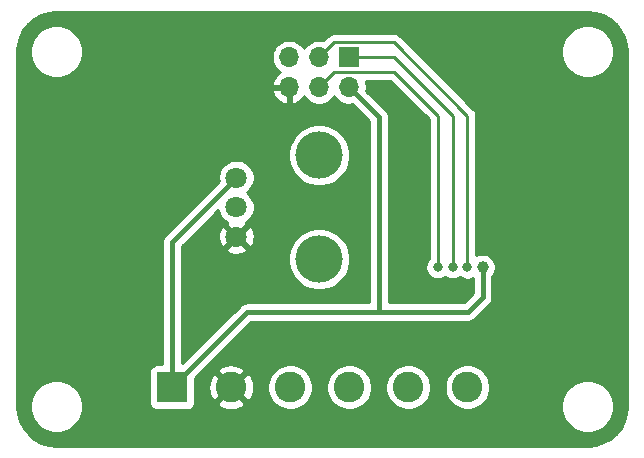
<source format=gbr>
%TF.GenerationSoftware,KiCad,Pcbnew,5.1.9-73d0e3b20d~88~ubuntu20.04.1*%
%TF.CreationDate,2021-04-20T00:17:22+02:00*%
%TF.ProjectId,hardware,68617264-7761-4726-952e-6b696361645f,rev?*%
%TF.SameCoordinates,Original*%
%TF.FileFunction,Copper,L2,Bot*%
%TF.FilePolarity,Positive*%
%FSLAX46Y46*%
G04 Gerber Fmt 4.6, Leading zero omitted, Abs format (unit mm)*
G04 Created by KiCad (PCBNEW 5.1.9-73d0e3b20d~88~ubuntu20.04.1) date 2021-04-20 00:17:22*
%MOMM*%
%LPD*%
G01*
G04 APERTURE LIST*
%TA.AperFunction,ComponentPad*%
%ADD10R,2.600000X2.600000*%
%TD*%
%TA.AperFunction,ComponentPad*%
%ADD11C,2.600000*%
%TD*%
%TA.AperFunction,ComponentPad*%
%ADD12R,1.700000X1.700000*%
%TD*%
%TA.AperFunction,ComponentPad*%
%ADD13O,1.700000X1.700000*%
%TD*%
%TA.AperFunction,WasherPad*%
%ADD14C,4.000000*%
%TD*%
%TA.AperFunction,ComponentPad*%
%ADD15C,1.800000*%
%TD*%
%TA.AperFunction,ViaPad*%
%ADD16C,0.800000*%
%TD*%
%TA.AperFunction,ViaPad*%
%ADD17C,1.000000*%
%TD*%
%TA.AperFunction,Conductor*%
%ADD18C,0.400000*%
%TD*%
%TA.AperFunction,Conductor*%
%ADD19C,0.250000*%
%TD*%
%TA.AperFunction,Conductor*%
%ADD20C,0.254000*%
%TD*%
%TA.AperFunction,Conductor*%
%ADD21C,0.100000*%
%TD*%
G04 APERTURE END LIST*
D10*
%TO.P,J1,1*%
%TO.N,+5V*%
X82804000Y-152400000D03*
D11*
%TO.P,J1,2*%
%TO.N,GND*%
X87804000Y-152400000D03*
%TO.P,J1,3*%
%TO.N,PWM*%
X92804000Y-152400000D03*
%TO.P,J1,4*%
%TO.N,PB0*%
X97804000Y-152400000D03*
%TO.P,J1,5*%
%TO.N,PB1*%
X102804000Y-152400000D03*
%TO.P,J1,6*%
%TO.N,PB2*%
X107804000Y-152400000D03*
%TD*%
D12*
%TO.P,J2,1*%
%TO.N,PB1*%
X97790000Y-124460000D03*
D13*
%TO.P,J2,2*%
%TO.N,+5V*%
X97790000Y-127000000D03*
%TO.P,J2,3*%
%TO.N,PB2*%
X95250000Y-124460000D03*
%TO.P,J2,4*%
%TO.N,PB0*%
X95250000Y-127000000D03*
%TO.P,J2,5*%
%TO.N,nRST*%
X92710000Y-124460000D03*
%TO.P,J2,6*%
%TO.N,GND*%
X92710000Y-127000000D03*
%TD*%
D14*
%TO.P,RV1,*%
%TO.N,*%
X95250000Y-141560000D03*
X95250000Y-132760000D03*
D15*
%TO.P,RV1,1*%
%TO.N,GND*%
X88250000Y-139660000D03*
%TO.P,RV1,2*%
%TO.N,POT*%
X88250000Y-137160000D03*
%TO.P,RV1,3*%
%TO.N,+5V*%
X88250000Y-134660000D03*
%TD*%
D16*
%TO.N,GND*%
X111760000Y-130810000D03*
X111887000Y-146050000D03*
X101500000Y-128500000D03*
X103000000Y-134500000D03*
X89500000Y-129500000D03*
X107000000Y-125500000D03*
X84000000Y-129500000D03*
D17*
%TO.N,+5V*%
X109093000Y-142240000D03*
D16*
%TO.N,PB2*%
X107804000Y-142259000D03*
%TO.N,PB1*%
X106553000Y-142240000D03*
%TO.N,PB0*%
X105283000Y-142240000D03*
%TD*%
D18*
%TO.N,+5V*%
X109093000Y-142240000D02*
X109093000Y-144780000D01*
X109093000Y-144780000D02*
X107823000Y-146050000D01*
X89154000Y-146050000D02*
X82804000Y-152400000D01*
X97790000Y-127000000D02*
X100330000Y-129540000D01*
X100330000Y-129540000D02*
X100330000Y-146050000D01*
X100330000Y-146050000D02*
X89154000Y-146050000D01*
X107823000Y-146050000D02*
X100330000Y-146050000D01*
X82804000Y-140106000D02*
X88250000Y-134660000D01*
X82804000Y-152400000D02*
X82804000Y-140106000D01*
D19*
%TO.N,PB2*%
X107804000Y-142259000D02*
X107804000Y-129394000D01*
X107804000Y-129394000D02*
X101600000Y-123190000D01*
X96520000Y-123190000D02*
X95250000Y-124460000D01*
X101600000Y-123190000D02*
X96520000Y-123190000D01*
%TO.N,PB1*%
X106553000Y-142240000D02*
X106553000Y-129413000D01*
X101600000Y-124460000D02*
X97790000Y-124460000D01*
X106553000Y-129413000D02*
X101600000Y-124460000D01*
%TO.N,PB0*%
X96520000Y-125730000D02*
X95250000Y-127000000D01*
X101600000Y-125730000D02*
X96520000Y-125730000D01*
X105283000Y-129413000D02*
X101600000Y-125730000D01*
X105283000Y-142240000D02*
X105283000Y-129413000D01*
%TD*%
D20*
%TO.N,GND*%
X118648126Y-120726714D02*
X119271572Y-120914943D01*
X119846579Y-121220681D01*
X120351247Y-121632279D01*
X120766362Y-122134067D01*
X121076105Y-122706924D01*
X121268682Y-123329039D01*
X121340001Y-124007594D01*
X121340000Y-153967721D01*
X121273286Y-154648126D01*
X121085057Y-155271570D01*
X120779323Y-155846573D01*
X120367721Y-156351248D01*
X119865933Y-156766362D01*
X119293077Y-157076104D01*
X118670961Y-157268682D01*
X117992417Y-157340000D01*
X73032279Y-157340000D01*
X72351874Y-157273286D01*
X71728430Y-157085057D01*
X71153427Y-156779323D01*
X70648752Y-156367721D01*
X70233638Y-155865933D01*
X69923896Y-155293077D01*
X69731318Y-154670961D01*
X69660000Y-153992417D01*
X69660000Y-153779872D01*
X70765000Y-153779872D01*
X70765000Y-154220128D01*
X70850890Y-154651925D01*
X71019369Y-155058669D01*
X71263962Y-155424729D01*
X71575271Y-155736038D01*
X71941331Y-155980631D01*
X72348075Y-156149110D01*
X72779872Y-156235000D01*
X73220128Y-156235000D01*
X73651925Y-156149110D01*
X74058669Y-155980631D01*
X74424729Y-155736038D01*
X74736038Y-155424729D01*
X74980631Y-155058669D01*
X75149110Y-154651925D01*
X75235000Y-154220128D01*
X75235000Y-153779872D01*
X75149110Y-153348075D01*
X74980631Y-152941331D01*
X74736038Y-152575271D01*
X74424729Y-152263962D01*
X74058669Y-152019369D01*
X73651925Y-151850890D01*
X73220128Y-151765000D01*
X72779872Y-151765000D01*
X72348075Y-151850890D01*
X71941331Y-152019369D01*
X71575271Y-152263962D01*
X71263962Y-152575271D01*
X71019369Y-152941331D01*
X70850890Y-153348075D01*
X70765000Y-153779872D01*
X69660000Y-153779872D01*
X69660000Y-151100000D01*
X80865928Y-151100000D01*
X80865928Y-153700000D01*
X80878188Y-153824482D01*
X80914498Y-153944180D01*
X80973463Y-154054494D01*
X81052815Y-154151185D01*
X81149506Y-154230537D01*
X81259820Y-154289502D01*
X81379518Y-154325812D01*
X81504000Y-154338072D01*
X84104000Y-154338072D01*
X84228482Y-154325812D01*
X84348180Y-154289502D01*
X84458494Y-154230537D01*
X84555185Y-154151185D01*
X84634537Y-154054494D01*
X84693502Y-153944180D01*
X84729812Y-153824482D01*
X84737224Y-153749224D01*
X86634381Y-153749224D01*
X86766317Y-154044312D01*
X87107045Y-154215159D01*
X87474557Y-154316250D01*
X87854729Y-154343701D01*
X88232951Y-154296457D01*
X88594690Y-154176333D01*
X88841683Y-154044312D01*
X88973619Y-153749224D01*
X87804000Y-152579605D01*
X86634381Y-153749224D01*
X84737224Y-153749224D01*
X84742072Y-153700000D01*
X84742072Y-152450729D01*
X85860299Y-152450729D01*
X85907543Y-152828951D01*
X86027667Y-153190690D01*
X86159688Y-153437683D01*
X86454776Y-153569619D01*
X87624395Y-152400000D01*
X87983605Y-152400000D01*
X89153224Y-153569619D01*
X89448312Y-153437683D01*
X89619159Y-153096955D01*
X89720250Y-152729443D01*
X89747701Y-152349271D01*
X89730232Y-152209419D01*
X90869000Y-152209419D01*
X90869000Y-152590581D01*
X90943361Y-152964419D01*
X91089225Y-153316566D01*
X91300987Y-153633491D01*
X91570509Y-153903013D01*
X91887434Y-154114775D01*
X92239581Y-154260639D01*
X92613419Y-154335000D01*
X92994581Y-154335000D01*
X93368419Y-154260639D01*
X93720566Y-154114775D01*
X94037491Y-153903013D01*
X94307013Y-153633491D01*
X94518775Y-153316566D01*
X94664639Y-152964419D01*
X94739000Y-152590581D01*
X94739000Y-152209419D01*
X95869000Y-152209419D01*
X95869000Y-152590581D01*
X95943361Y-152964419D01*
X96089225Y-153316566D01*
X96300987Y-153633491D01*
X96570509Y-153903013D01*
X96887434Y-154114775D01*
X97239581Y-154260639D01*
X97613419Y-154335000D01*
X97994581Y-154335000D01*
X98368419Y-154260639D01*
X98720566Y-154114775D01*
X99037491Y-153903013D01*
X99307013Y-153633491D01*
X99518775Y-153316566D01*
X99664639Y-152964419D01*
X99739000Y-152590581D01*
X99739000Y-152209419D01*
X100869000Y-152209419D01*
X100869000Y-152590581D01*
X100943361Y-152964419D01*
X101089225Y-153316566D01*
X101300987Y-153633491D01*
X101570509Y-153903013D01*
X101887434Y-154114775D01*
X102239581Y-154260639D01*
X102613419Y-154335000D01*
X102994581Y-154335000D01*
X103368419Y-154260639D01*
X103720566Y-154114775D01*
X104037491Y-153903013D01*
X104307013Y-153633491D01*
X104518775Y-153316566D01*
X104664639Y-152964419D01*
X104739000Y-152590581D01*
X104739000Y-152209419D01*
X105869000Y-152209419D01*
X105869000Y-152590581D01*
X105943361Y-152964419D01*
X106089225Y-153316566D01*
X106300987Y-153633491D01*
X106570509Y-153903013D01*
X106887434Y-154114775D01*
X107239581Y-154260639D01*
X107613419Y-154335000D01*
X107994581Y-154335000D01*
X108368419Y-154260639D01*
X108720566Y-154114775D01*
X109037491Y-153903013D01*
X109160632Y-153779872D01*
X115765000Y-153779872D01*
X115765000Y-154220128D01*
X115850890Y-154651925D01*
X116019369Y-155058669D01*
X116263962Y-155424729D01*
X116575271Y-155736038D01*
X116941331Y-155980631D01*
X117348075Y-156149110D01*
X117779872Y-156235000D01*
X118220128Y-156235000D01*
X118651925Y-156149110D01*
X119058669Y-155980631D01*
X119424729Y-155736038D01*
X119736038Y-155424729D01*
X119980631Y-155058669D01*
X120149110Y-154651925D01*
X120235000Y-154220128D01*
X120235000Y-153779872D01*
X120149110Y-153348075D01*
X119980631Y-152941331D01*
X119736038Y-152575271D01*
X119424729Y-152263962D01*
X119058669Y-152019369D01*
X118651925Y-151850890D01*
X118220128Y-151765000D01*
X117779872Y-151765000D01*
X117348075Y-151850890D01*
X116941331Y-152019369D01*
X116575271Y-152263962D01*
X116263962Y-152575271D01*
X116019369Y-152941331D01*
X115850890Y-153348075D01*
X115765000Y-153779872D01*
X109160632Y-153779872D01*
X109307013Y-153633491D01*
X109518775Y-153316566D01*
X109664639Y-152964419D01*
X109739000Y-152590581D01*
X109739000Y-152209419D01*
X109664639Y-151835581D01*
X109518775Y-151483434D01*
X109307013Y-151166509D01*
X109037491Y-150896987D01*
X108720566Y-150685225D01*
X108368419Y-150539361D01*
X107994581Y-150465000D01*
X107613419Y-150465000D01*
X107239581Y-150539361D01*
X106887434Y-150685225D01*
X106570509Y-150896987D01*
X106300987Y-151166509D01*
X106089225Y-151483434D01*
X105943361Y-151835581D01*
X105869000Y-152209419D01*
X104739000Y-152209419D01*
X104664639Y-151835581D01*
X104518775Y-151483434D01*
X104307013Y-151166509D01*
X104037491Y-150896987D01*
X103720566Y-150685225D01*
X103368419Y-150539361D01*
X102994581Y-150465000D01*
X102613419Y-150465000D01*
X102239581Y-150539361D01*
X101887434Y-150685225D01*
X101570509Y-150896987D01*
X101300987Y-151166509D01*
X101089225Y-151483434D01*
X100943361Y-151835581D01*
X100869000Y-152209419D01*
X99739000Y-152209419D01*
X99664639Y-151835581D01*
X99518775Y-151483434D01*
X99307013Y-151166509D01*
X99037491Y-150896987D01*
X98720566Y-150685225D01*
X98368419Y-150539361D01*
X97994581Y-150465000D01*
X97613419Y-150465000D01*
X97239581Y-150539361D01*
X96887434Y-150685225D01*
X96570509Y-150896987D01*
X96300987Y-151166509D01*
X96089225Y-151483434D01*
X95943361Y-151835581D01*
X95869000Y-152209419D01*
X94739000Y-152209419D01*
X94664639Y-151835581D01*
X94518775Y-151483434D01*
X94307013Y-151166509D01*
X94037491Y-150896987D01*
X93720566Y-150685225D01*
X93368419Y-150539361D01*
X92994581Y-150465000D01*
X92613419Y-150465000D01*
X92239581Y-150539361D01*
X91887434Y-150685225D01*
X91570509Y-150896987D01*
X91300987Y-151166509D01*
X91089225Y-151483434D01*
X90943361Y-151835581D01*
X90869000Y-152209419D01*
X89730232Y-152209419D01*
X89700457Y-151971049D01*
X89580333Y-151609310D01*
X89448312Y-151362317D01*
X89153224Y-151230381D01*
X87983605Y-152400000D01*
X87624395Y-152400000D01*
X86454776Y-151230381D01*
X86159688Y-151362317D01*
X85988841Y-151703045D01*
X85887750Y-152070557D01*
X85860299Y-152450729D01*
X84742072Y-152450729D01*
X84742072Y-151642795D01*
X85334091Y-151050776D01*
X86634381Y-151050776D01*
X87804000Y-152220395D01*
X88973619Y-151050776D01*
X88841683Y-150755688D01*
X88500955Y-150584841D01*
X88133443Y-150483750D01*
X87753271Y-150456299D01*
X87375049Y-150503543D01*
X87013310Y-150623667D01*
X86766317Y-150755688D01*
X86634381Y-151050776D01*
X85334091Y-151050776D01*
X89499868Y-146885000D01*
X100288982Y-146885000D01*
X100330000Y-146889040D01*
X100371019Y-146885000D01*
X107781982Y-146885000D01*
X107823000Y-146889040D01*
X107864018Y-146885000D01*
X107864019Y-146885000D01*
X107986689Y-146872918D01*
X108144087Y-146825172D01*
X108289146Y-146747636D01*
X108416291Y-146643291D01*
X108442446Y-146611421D01*
X109654426Y-145399442D01*
X109686291Y-145373291D01*
X109790636Y-145246146D01*
X109868172Y-145101087D01*
X109915918Y-144943689D01*
X109928000Y-144821019D01*
X109928000Y-144821017D01*
X109932040Y-144780001D01*
X109928000Y-144738985D01*
X109928000Y-143010132D01*
X109974612Y-142963520D01*
X110098824Y-142777624D01*
X110184383Y-142571067D01*
X110228000Y-142351788D01*
X110228000Y-142128212D01*
X110184383Y-141908933D01*
X110098824Y-141702376D01*
X109974612Y-141516480D01*
X109816520Y-141358388D01*
X109630624Y-141234176D01*
X109424067Y-141148617D01*
X109204788Y-141105000D01*
X108981212Y-141105000D01*
X108761933Y-141148617D01*
X108564000Y-141230604D01*
X108564000Y-129431323D01*
X108567676Y-129394000D01*
X108564000Y-129356677D01*
X108564000Y-129356667D01*
X108553003Y-129245014D01*
X108509546Y-129101753D01*
X108494634Y-129073855D01*
X108438974Y-128969723D01*
X108367799Y-128882997D01*
X108344001Y-128853999D01*
X108315003Y-128830201D01*
X103264674Y-123779872D01*
X115765000Y-123779872D01*
X115765000Y-124220128D01*
X115850890Y-124651925D01*
X116019369Y-125058669D01*
X116263962Y-125424729D01*
X116575271Y-125736038D01*
X116941331Y-125980631D01*
X117348075Y-126149110D01*
X117779872Y-126235000D01*
X118220128Y-126235000D01*
X118651925Y-126149110D01*
X119058669Y-125980631D01*
X119424729Y-125736038D01*
X119736038Y-125424729D01*
X119980631Y-125058669D01*
X120149110Y-124651925D01*
X120235000Y-124220128D01*
X120235000Y-123779872D01*
X120149110Y-123348075D01*
X119980631Y-122941331D01*
X119736038Y-122575271D01*
X119424729Y-122263962D01*
X119058669Y-122019369D01*
X118651925Y-121850890D01*
X118220128Y-121765000D01*
X117779872Y-121765000D01*
X117348075Y-121850890D01*
X116941331Y-122019369D01*
X116575271Y-122263962D01*
X116263962Y-122575271D01*
X116019369Y-122941331D01*
X115850890Y-123348075D01*
X115765000Y-123779872D01*
X103264674Y-123779872D01*
X102163804Y-122679003D01*
X102140001Y-122649999D01*
X102024276Y-122555026D01*
X101892247Y-122484454D01*
X101748986Y-122440997D01*
X101637333Y-122430000D01*
X101637322Y-122430000D01*
X101600000Y-122426324D01*
X101562678Y-122430000D01*
X96557322Y-122430000D01*
X96519999Y-122426324D01*
X96482676Y-122430000D01*
X96482667Y-122430000D01*
X96371014Y-122440997D01*
X96227753Y-122484454D01*
X96095724Y-122555026D01*
X95979999Y-122649999D01*
X95956201Y-122678997D01*
X95616408Y-123018790D01*
X95396260Y-122975000D01*
X95103740Y-122975000D01*
X94816842Y-123032068D01*
X94546589Y-123144010D01*
X94303368Y-123306525D01*
X94096525Y-123513368D01*
X93980000Y-123687760D01*
X93863475Y-123513368D01*
X93656632Y-123306525D01*
X93413411Y-123144010D01*
X93143158Y-123032068D01*
X92856260Y-122975000D01*
X92563740Y-122975000D01*
X92276842Y-123032068D01*
X92006589Y-123144010D01*
X91763368Y-123306525D01*
X91556525Y-123513368D01*
X91394010Y-123756589D01*
X91282068Y-124026842D01*
X91225000Y-124313740D01*
X91225000Y-124606260D01*
X91282068Y-124893158D01*
X91394010Y-125163411D01*
X91556525Y-125406632D01*
X91763368Y-125613475D01*
X91939406Y-125731100D01*
X91709731Y-125902412D01*
X91514822Y-126118645D01*
X91365843Y-126368748D01*
X91268519Y-126643109D01*
X91389186Y-126873000D01*
X92583000Y-126873000D01*
X92583000Y-126853000D01*
X92837000Y-126853000D01*
X92837000Y-126873000D01*
X92857000Y-126873000D01*
X92857000Y-127127000D01*
X92837000Y-127127000D01*
X92837000Y-128320155D01*
X93066890Y-128441476D01*
X93214099Y-128396825D01*
X93476920Y-128271641D01*
X93710269Y-128097588D01*
X93905178Y-127881355D01*
X93974805Y-127764466D01*
X94096525Y-127946632D01*
X94303368Y-128153475D01*
X94546589Y-128315990D01*
X94816842Y-128427932D01*
X95103740Y-128485000D01*
X95396260Y-128485000D01*
X95683158Y-128427932D01*
X95953411Y-128315990D01*
X96196632Y-128153475D01*
X96403475Y-127946632D01*
X96520000Y-127772240D01*
X96636525Y-127946632D01*
X96843368Y-128153475D01*
X97086589Y-128315990D01*
X97356842Y-128427932D01*
X97643740Y-128485000D01*
X97936260Y-128485000D01*
X98067940Y-128458807D01*
X99495000Y-129885868D01*
X99495001Y-145215000D01*
X89195018Y-145215000D01*
X89153999Y-145210960D01*
X89112981Y-145215000D01*
X88990311Y-145227082D01*
X88832913Y-145274828D01*
X88687854Y-145352364D01*
X88560709Y-145456709D01*
X88534561Y-145488571D01*
X83639000Y-150384133D01*
X83639000Y-141300475D01*
X92615000Y-141300475D01*
X92615000Y-141819525D01*
X92716261Y-142328601D01*
X92914893Y-142808141D01*
X93203262Y-143239715D01*
X93570285Y-143606738D01*
X94001859Y-143895107D01*
X94481399Y-144093739D01*
X94990475Y-144195000D01*
X95509525Y-144195000D01*
X96018601Y-144093739D01*
X96498141Y-143895107D01*
X96929715Y-143606738D01*
X97296738Y-143239715D01*
X97585107Y-142808141D01*
X97783739Y-142328601D01*
X97885000Y-141819525D01*
X97885000Y-141300475D01*
X97783739Y-140791399D01*
X97585107Y-140311859D01*
X97296738Y-139880285D01*
X96929715Y-139513262D01*
X96498141Y-139224893D01*
X96018601Y-139026261D01*
X95509525Y-138925000D01*
X94990475Y-138925000D01*
X94481399Y-139026261D01*
X94001859Y-139224893D01*
X93570285Y-139513262D01*
X93203262Y-139880285D01*
X92914893Y-140311859D01*
X92716261Y-140791399D01*
X92615000Y-141300475D01*
X83639000Y-141300475D01*
X83639000Y-140724080D01*
X87365525Y-140724080D01*
X87449208Y-140978261D01*
X87721775Y-141109158D01*
X88014642Y-141184365D01*
X88316553Y-141200991D01*
X88615907Y-141158397D01*
X88901199Y-141058222D01*
X89050792Y-140978261D01*
X89134475Y-140724080D01*
X88250000Y-139839605D01*
X87365525Y-140724080D01*
X83639000Y-140724080D01*
X83639000Y-140451867D01*
X84364314Y-139726553D01*
X86709009Y-139726553D01*
X86751603Y-140025907D01*
X86851778Y-140311199D01*
X86931739Y-140460792D01*
X87185920Y-140544475D01*
X88070395Y-139660000D01*
X88429605Y-139660000D01*
X89314080Y-140544475D01*
X89568261Y-140460792D01*
X89699158Y-140188225D01*
X89774365Y-139895358D01*
X89790991Y-139593447D01*
X89748397Y-139294093D01*
X89648222Y-139008801D01*
X89568261Y-138859208D01*
X89314080Y-138775525D01*
X88429605Y-139660000D01*
X88070395Y-139660000D01*
X87185920Y-138775525D01*
X86931739Y-138859208D01*
X86800842Y-139131775D01*
X86725635Y-139424642D01*
X86709009Y-139726553D01*
X84364314Y-139726553D01*
X86725732Y-137365136D01*
X86773989Y-137607743D01*
X86889701Y-137887095D01*
X87057688Y-138138505D01*
X87271495Y-138352312D01*
X87414310Y-138447738D01*
X87365525Y-138595920D01*
X88250000Y-139480395D01*
X89134475Y-138595920D01*
X89085690Y-138447738D01*
X89228505Y-138352312D01*
X89442312Y-138138505D01*
X89610299Y-137887095D01*
X89726011Y-137607743D01*
X89785000Y-137311184D01*
X89785000Y-137008816D01*
X89726011Y-136712257D01*
X89610299Y-136432905D01*
X89442312Y-136181495D01*
X89228505Y-135967688D01*
X89142169Y-135910000D01*
X89228505Y-135852312D01*
X89442312Y-135638505D01*
X89610299Y-135387095D01*
X89726011Y-135107743D01*
X89785000Y-134811184D01*
X89785000Y-134508816D01*
X89726011Y-134212257D01*
X89610299Y-133932905D01*
X89442312Y-133681495D01*
X89228505Y-133467688D01*
X88977095Y-133299701D01*
X88697743Y-133183989D01*
X88401184Y-133125000D01*
X88098816Y-133125000D01*
X87802257Y-133183989D01*
X87522905Y-133299701D01*
X87271495Y-133467688D01*
X87057688Y-133681495D01*
X86889701Y-133932905D01*
X86773989Y-134212257D01*
X86715000Y-134508816D01*
X86715000Y-134811184D01*
X86748671Y-134980461D01*
X82242574Y-139486559D01*
X82210710Y-139512709D01*
X82184562Y-139544571D01*
X82106364Y-139639855D01*
X82028828Y-139784914D01*
X81981082Y-139942312D01*
X81964960Y-140106000D01*
X81969001Y-140147029D01*
X81969000Y-150461928D01*
X81504000Y-150461928D01*
X81379518Y-150474188D01*
X81259820Y-150510498D01*
X81149506Y-150569463D01*
X81052815Y-150648815D01*
X80973463Y-150745506D01*
X80914498Y-150855820D01*
X80878188Y-150975518D01*
X80865928Y-151100000D01*
X69660000Y-151100000D01*
X69660000Y-132500475D01*
X92615000Y-132500475D01*
X92615000Y-133019525D01*
X92716261Y-133528601D01*
X92914893Y-134008141D01*
X93203262Y-134439715D01*
X93570285Y-134806738D01*
X94001859Y-135095107D01*
X94481399Y-135293739D01*
X94990475Y-135395000D01*
X95509525Y-135395000D01*
X96018601Y-135293739D01*
X96498141Y-135095107D01*
X96929715Y-134806738D01*
X97296738Y-134439715D01*
X97585107Y-134008141D01*
X97783739Y-133528601D01*
X97885000Y-133019525D01*
X97885000Y-132500475D01*
X97783739Y-131991399D01*
X97585107Y-131511859D01*
X97296738Y-131080285D01*
X96929715Y-130713262D01*
X96498141Y-130424893D01*
X96018601Y-130226261D01*
X95509525Y-130125000D01*
X94990475Y-130125000D01*
X94481399Y-130226261D01*
X94001859Y-130424893D01*
X93570285Y-130713262D01*
X93203262Y-131080285D01*
X92914893Y-131511859D01*
X92716261Y-131991399D01*
X92615000Y-132500475D01*
X69660000Y-132500475D01*
X69660000Y-127356891D01*
X91268519Y-127356891D01*
X91365843Y-127631252D01*
X91514822Y-127881355D01*
X91709731Y-128097588D01*
X91943080Y-128271641D01*
X92205901Y-128396825D01*
X92353110Y-128441476D01*
X92583000Y-128320155D01*
X92583000Y-127127000D01*
X91389186Y-127127000D01*
X91268519Y-127356891D01*
X69660000Y-127356891D01*
X69660000Y-124032278D01*
X69684748Y-123779872D01*
X70765000Y-123779872D01*
X70765000Y-124220128D01*
X70850890Y-124651925D01*
X71019369Y-125058669D01*
X71263962Y-125424729D01*
X71575271Y-125736038D01*
X71941331Y-125980631D01*
X72348075Y-126149110D01*
X72779872Y-126235000D01*
X73220128Y-126235000D01*
X73651925Y-126149110D01*
X74058669Y-125980631D01*
X74424729Y-125736038D01*
X74736038Y-125424729D01*
X74980631Y-125058669D01*
X75149110Y-124651925D01*
X75235000Y-124220128D01*
X75235000Y-123779872D01*
X75149110Y-123348075D01*
X74980631Y-122941331D01*
X74736038Y-122575271D01*
X74424729Y-122263962D01*
X74058669Y-122019369D01*
X73651925Y-121850890D01*
X73220128Y-121765000D01*
X72779872Y-121765000D01*
X72348075Y-121850890D01*
X71941331Y-122019369D01*
X71575271Y-122263962D01*
X71263962Y-122575271D01*
X71019369Y-122941331D01*
X70850890Y-123348075D01*
X70765000Y-123779872D01*
X69684748Y-123779872D01*
X69726714Y-123351874D01*
X69914943Y-122728428D01*
X70220681Y-122153421D01*
X70632279Y-121648753D01*
X71134067Y-121233638D01*
X71706924Y-120923895D01*
X72329039Y-120731318D01*
X73007584Y-120660000D01*
X117967722Y-120660000D01*
X118648126Y-120726714D01*
%TA.AperFunction,Conductor*%
D21*
G36*
X118648126Y-120726714D02*
G01*
X119271572Y-120914943D01*
X119846579Y-121220681D01*
X120351247Y-121632279D01*
X120766362Y-122134067D01*
X121076105Y-122706924D01*
X121268682Y-123329039D01*
X121340001Y-124007594D01*
X121340000Y-153967721D01*
X121273286Y-154648126D01*
X121085057Y-155271570D01*
X120779323Y-155846573D01*
X120367721Y-156351248D01*
X119865933Y-156766362D01*
X119293077Y-157076104D01*
X118670961Y-157268682D01*
X117992417Y-157340000D01*
X73032279Y-157340000D01*
X72351874Y-157273286D01*
X71728430Y-157085057D01*
X71153427Y-156779323D01*
X70648752Y-156367721D01*
X70233638Y-155865933D01*
X69923896Y-155293077D01*
X69731318Y-154670961D01*
X69660000Y-153992417D01*
X69660000Y-153779872D01*
X70765000Y-153779872D01*
X70765000Y-154220128D01*
X70850890Y-154651925D01*
X71019369Y-155058669D01*
X71263962Y-155424729D01*
X71575271Y-155736038D01*
X71941331Y-155980631D01*
X72348075Y-156149110D01*
X72779872Y-156235000D01*
X73220128Y-156235000D01*
X73651925Y-156149110D01*
X74058669Y-155980631D01*
X74424729Y-155736038D01*
X74736038Y-155424729D01*
X74980631Y-155058669D01*
X75149110Y-154651925D01*
X75235000Y-154220128D01*
X75235000Y-153779872D01*
X75149110Y-153348075D01*
X74980631Y-152941331D01*
X74736038Y-152575271D01*
X74424729Y-152263962D01*
X74058669Y-152019369D01*
X73651925Y-151850890D01*
X73220128Y-151765000D01*
X72779872Y-151765000D01*
X72348075Y-151850890D01*
X71941331Y-152019369D01*
X71575271Y-152263962D01*
X71263962Y-152575271D01*
X71019369Y-152941331D01*
X70850890Y-153348075D01*
X70765000Y-153779872D01*
X69660000Y-153779872D01*
X69660000Y-151100000D01*
X80865928Y-151100000D01*
X80865928Y-153700000D01*
X80878188Y-153824482D01*
X80914498Y-153944180D01*
X80973463Y-154054494D01*
X81052815Y-154151185D01*
X81149506Y-154230537D01*
X81259820Y-154289502D01*
X81379518Y-154325812D01*
X81504000Y-154338072D01*
X84104000Y-154338072D01*
X84228482Y-154325812D01*
X84348180Y-154289502D01*
X84458494Y-154230537D01*
X84555185Y-154151185D01*
X84634537Y-154054494D01*
X84693502Y-153944180D01*
X84729812Y-153824482D01*
X84737224Y-153749224D01*
X86634381Y-153749224D01*
X86766317Y-154044312D01*
X87107045Y-154215159D01*
X87474557Y-154316250D01*
X87854729Y-154343701D01*
X88232951Y-154296457D01*
X88594690Y-154176333D01*
X88841683Y-154044312D01*
X88973619Y-153749224D01*
X87804000Y-152579605D01*
X86634381Y-153749224D01*
X84737224Y-153749224D01*
X84742072Y-153700000D01*
X84742072Y-152450729D01*
X85860299Y-152450729D01*
X85907543Y-152828951D01*
X86027667Y-153190690D01*
X86159688Y-153437683D01*
X86454776Y-153569619D01*
X87624395Y-152400000D01*
X87983605Y-152400000D01*
X89153224Y-153569619D01*
X89448312Y-153437683D01*
X89619159Y-153096955D01*
X89720250Y-152729443D01*
X89747701Y-152349271D01*
X89730232Y-152209419D01*
X90869000Y-152209419D01*
X90869000Y-152590581D01*
X90943361Y-152964419D01*
X91089225Y-153316566D01*
X91300987Y-153633491D01*
X91570509Y-153903013D01*
X91887434Y-154114775D01*
X92239581Y-154260639D01*
X92613419Y-154335000D01*
X92994581Y-154335000D01*
X93368419Y-154260639D01*
X93720566Y-154114775D01*
X94037491Y-153903013D01*
X94307013Y-153633491D01*
X94518775Y-153316566D01*
X94664639Y-152964419D01*
X94739000Y-152590581D01*
X94739000Y-152209419D01*
X95869000Y-152209419D01*
X95869000Y-152590581D01*
X95943361Y-152964419D01*
X96089225Y-153316566D01*
X96300987Y-153633491D01*
X96570509Y-153903013D01*
X96887434Y-154114775D01*
X97239581Y-154260639D01*
X97613419Y-154335000D01*
X97994581Y-154335000D01*
X98368419Y-154260639D01*
X98720566Y-154114775D01*
X99037491Y-153903013D01*
X99307013Y-153633491D01*
X99518775Y-153316566D01*
X99664639Y-152964419D01*
X99739000Y-152590581D01*
X99739000Y-152209419D01*
X100869000Y-152209419D01*
X100869000Y-152590581D01*
X100943361Y-152964419D01*
X101089225Y-153316566D01*
X101300987Y-153633491D01*
X101570509Y-153903013D01*
X101887434Y-154114775D01*
X102239581Y-154260639D01*
X102613419Y-154335000D01*
X102994581Y-154335000D01*
X103368419Y-154260639D01*
X103720566Y-154114775D01*
X104037491Y-153903013D01*
X104307013Y-153633491D01*
X104518775Y-153316566D01*
X104664639Y-152964419D01*
X104739000Y-152590581D01*
X104739000Y-152209419D01*
X105869000Y-152209419D01*
X105869000Y-152590581D01*
X105943361Y-152964419D01*
X106089225Y-153316566D01*
X106300987Y-153633491D01*
X106570509Y-153903013D01*
X106887434Y-154114775D01*
X107239581Y-154260639D01*
X107613419Y-154335000D01*
X107994581Y-154335000D01*
X108368419Y-154260639D01*
X108720566Y-154114775D01*
X109037491Y-153903013D01*
X109160632Y-153779872D01*
X115765000Y-153779872D01*
X115765000Y-154220128D01*
X115850890Y-154651925D01*
X116019369Y-155058669D01*
X116263962Y-155424729D01*
X116575271Y-155736038D01*
X116941331Y-155980631D01*
X117348075Y-156149110D01*
X117779872Y-156235000D01*
X118220128Y-156235000D01*
X118651925Y-156149110D01*
X119058669Y-155980631D01*
X119424729Y-155736038D01*
X119736038Y-155424729D01*
X119980631Y-155058669D01*
X120149110Y-154651925D01*
X120235000Y-154220128D01*
X120235000Y-153779872D01*
X120149110Y-153348075D01*
X119980631Y-152941331D01*
X119736038Y-152575271D01*
X119424729Y-152263962D01*
X119058669Y-152019369D01*
X118651925Y-151850890D01*
X118220128Y-151765000D01*
X117779872Y-151765000D01*
X117348075Y-151850890D01*
X116941331Y-152019369D01*
X116575271Y-152263962D01*
X116263962Y-152575271D01*
X116019369Y-152941331D01*
X115850890Y-153348075D01*
X115765000Y-153779872D01*
X109160632Y-153779872D01*
X109307013Y-153633491D01*
X109518775Y-153316566D01*
X109664639Y-152964419D01*
X109739000Y-152590581D01*
X109739000Y-152209419D01*
X109664639Y-151835581D01*
X109518775Y-151483434D01*
X109307013Y-151166509D01*
X109037491Y-150896987D01*
X108720566Y-150685225D01*
X108368419Y-150539361D01*
X107994581Y-150465000D01*
X107613419Y-150465000D01*
X107239581Y-150539361D01*
X106887434Y-150685225D01*
X106570509Y-150896987D01*
X106300987Y-151166509D01*
X106089225Y-151483434D01*
X105943361Y-151835581D01*
X105869000Y-152209419D01*
X104739000Y-152209419D01*
X104664639Y-151835581D01*
X104518775Y-151483434D01*
X104307013Y-151166509D01*
X104037491Y-150896987D01*
X103720566Y-150685225D01*
X103368419Y-150539361D01*
X102994581Y-150465000D01*
X102613419Y-150465000D01*
X102239581Y-150539361D01*
X101887434Y-150685225D01*
X101570509Y-150896987D01*
X101300987Y-151166509D01*
X101089225Y-151483434D01*
X100943361Y-151835581D01*
X100869000Y-152209419D01*
X99739000Y-152209419D01*
X99664639Y-151835581D01*
X99518775Y-151483434D01*
X99307013Y-151166509D01*
X99037491Y-150896987D01*
X98720566Y-150685225D01*
X98368419Y-150539361D01*
X97994581Y-150465000D01*
X97613419Y-150465000D01*
X97239581Y-150539361D01*
X96887434Y-150685225D01*
X96570509Y-150896987D01*
X96300987Y-151166509D01*
X96089225Y-151483434D01*
X95943361Y-151835581D01*
X95869000Y-152209419D01*
X94739000Y-152209419D01*
X94664639Y-151835581D01*
X94518775Y-151483434D01*
X94307013Y-151166509D01*
X94037491Y-150896987D01*
X93720566Y-150685225D01*
X93368419Y-150539361D01*
X92994581Y-150465000D01*
X92613419Y-150465000D01*
X92239581Y-150539361D01*
X91887434Y-150685225D01*
X91570509Y-150896987D01*
X91300987Y-151166509D01*
X91089225Y-151483434D01*
X90943361Y-151835581D01*
X90869000Y-152209419D01*
X89730232Y-152209419D01*
X89700457Y-151971049D01*
X89580333Y-151609310D01*
X89448312Y-151362317D01*
X89153224Y-151230381D01*
X87983605Y-152400000D01*
X87624395Y-152400000D01*
X86454776Y-151230381D01*
X86159688Y-151362317D01*
X85988841Y-151703045D01*
X85887750Y-152070557D01*
X85860299Y-152450729D01*
X84742072Y-152450729D01*
X84742072Y-151642795D01*
X85334091Y-151050776D01*
X86634381Y-151050776D01*
X87804000Y-152220395D01*
X88973619Y-151050776D01*
X88841683Y-150755688D01*
X88500955Y-150584841D01*
X88133443Y-150483750D01*
X87753271Y-150456299D01*
X87375049Y-150503543D01*
X87013310Y-150623667D01*
X86766317Y-150755688D01*
X86634381Y-151050776D01*
X85334091Y-151050776D01*
X89499868Y-146885000D01*
X100288982Y-146885000D01*
X100330000Y-146889040D01*
X100371019Y-146885000D01*
X107781982Y-146885000D01*
X107823000Y-146889040D01*
X107864018Y-146885000D01*
X107864019Y-146885000D01*
X107986689Y-146872918D01*
X108144087Y-146825172D01*
X108289146Y-146747636D01*
X108416291Y-146643291D01*
X108442446Y-146611421D01*
X109654426Y-145399442D01*
X109686291Y-145373291D01*
X109790636Y-145246146D01*
X109868172Y-145101087D01*
X109915918Y-144943689D01*
X109928000Y-144821019D01*
X109928000Y-144821017D01*
X109932040Y-144780001D01*
X109928000Y-144738985D01*
X109928000Y-143010132D01*
X109974612Y-142963520D01*
X110098824Y-142777624D01*
X110184383Y-142571067D01*
X110228000Y-142351788D01*
X110228000Y-142128212D01*
X110184383Y-141908933D01*
X110098824Y-141702376D01*
X109974612Y-141516480D01*
X109816520Y-141358388D01*
X109630624Y-141234176D01*
X109424067Y-141148617D01*
X109204788Y-141105000D01*
X108981212Y-141105000D01*
X108761933Y-141148617D01*
X108564000Y-141230604D01*
X108564000Y-129431323D01*
X108567676Y-129394000D01*
X108564000Y-129356677D01*
X108564000Y-129356667D01*
X108553003Y-129245014D01*
X108509546Y-129101753D01*
X108494634Y-129073855D01*
X108438974Y-128969723D01*
X108367799Y-128882997D01*
X108344001Y-128853999D01*
X108315003Y-128830201D01*
X103264674Y-123779872D01*
X115765000Y-123779872D01*
X115765000Y-124220128D01*
X115850890Y-124651925D01*
X116019369Y-125058669D01*
X116263962Y-125424729D01*
X116575271Y-125736038D01*
X116941331Y-125980631D01*
X117348075Y-126149110D01*
X117779872Y-126235000D01*
X118220128Y-126235000D01*
X118651925Y-126149110D01*
X119058669Y-125980631D01*
X119424729Y-125736038D01*
X119736038Y-125424729D01*
X119980631Y-125058669D01*
X120149110Y-124651925D01*
X120235000Y-124220128D01*
X120235000Y-123779872D01*
X120149110Y-123348075D01*
X119980631Y-122941331D01*
X119736038Y-122575271D01*
X119424729Y-122263962D01*
X119058669Y-122019369D01*
X118651925Y-121850890D01*
X118220128Y-121765000D01*
X117779872Y-121765000D01*
X117348075Y-121850890D01*
X116941331Y-122019369D01*
X116575271Y-122263962D01*
X116263962Y-122575271D01*
X116019369Y-122941331D01*
X115850890Y-123348075D01*
X115765000Y-123779872D01*
X103264674Y-123779872D01*
X102163804Y-122679003D01*
X102140001Y-122649999D01*
X102024276Y-122555026D01*
X101892247Y-122484454D01*
X101748986Y-122440997D01*
X101637333Y-122430000D01*
X101637322Y-122430000D01*
X101600000Y-122426324D01*
X101562678Y-122430000D01*
X96557322Y-122430000D01*
X96519999Y-122426324D01*
X96482676Y-122430000D01*
X96482667Y-122430000D01*
X96371014Y-122440997D01*
X96227753Y-122484454D01*
X96095724Y-122555026D01*
X95979999Y-122649999D01*
X95956201Y-122678997D01*
X95616408Y-123018790D01*
X95396260Y-122975000D01*
X95103740Y-122975000D01*
X94816842Y-123032068D01*
X94546589Y-123144010D01*
X94303368Y-123306525D01*
X94096525Y-123513368D01*
X93980000Y-123687760D01*
X93863475Y-123513368D01*
X93656632Y-123306525D01*
X93413411Y-123144010D01*
X93143158Y-123032068D01*
X92856260Y-122975000D01*
X92563740Y-122975000D01*
X92276842Y-123032068D01*
X92006589Y-123144010D01*
X91763368Y-123306525D01*
X91556525Y-123513368D01*
X91394010Y-123756589D01*
X91282068Y-124026842D01*
X91225000Y-124313740D01*
X91225000Y-124606260D01*
X91282068Y-124893158D01*
X91394010Y-125163411D01*
X91556525Y-125406632D01*
X91763368Y-125613475D01*
X91939406Y-125731100D01*
X91709731Y-125902412D01*
X91514822Y-126118645D01*
X91365843Y-126368748D01*
X91268519Y-126643109D01*
X91389186Y-126873000D01*
X92583000Y-126873000D01*
X92583000Y-126853000D01*
X92837000Y-126853000D01*
X92837000Y-126873000D01*
X92857000Y-126873000D01*
X92857000Y-127127000D01*
X92837000Y-127127000D01*
X92837000Y-128320155D01*
X93066890Y-128441476D01*
X93214099Y-128396825D01*
X93476920Y-128271641D01*
X93710269Y-128097588D01*
X93905178Y-127881355D01*
X93974805Y-127764466D01*
X94096525Y-127946632D01*
X94303368Y-128153475D01*
X94546589Y-128315990D01*
X94816842Y-128427932D01*
X95103740Y-128485000D01*
X95396260Y-128485000D01*
X95683158Y-128427932D01*
X95953411Y-128315990D01*
X96196632Y-128153475D01*
X96403475Y-127946632D01*
X96520000Y-127772240D01*
X96636525Y-127946632D01*
X96843368Y-128153475D01*
X97086589Y-128315990D01*
X97356842Y-128427932D01*
X97643740Y-128485000D01*
X97936260Y-128485000D01*
X98067940Y-128458807D01*
X99495000Y-129885868D01*
X99495001Y-145215000D01*
X89195018Y-145215000D01*
X89153999Y-145210960D01*
X89112981Y-145215000D01*
X88990311Y-145227082D01*
X88832913Y-145274828D01*
X88687854Y-145352364D01*
X88560709Y-145456709D01*
X88534561Y-145488571D01*
X83639000Y-150384133D01*
X83639000Y-141300475D01*
X92615000Y-141300475D01*
X92615000Y-141819525D01*
X92716261Y-142328601D01*
X92914893Y-142808141D01*
X93203262Y-143239715D01*
X93570285Y-143606738D01*
X94001859Y-143895107D01*
X94481399Y-144093739D01*
X94990475Y-144195000D01*
X95509525Y-144195000D01*
X96018601Y-144093739D01*
X96498141Y-143895107D01*
X96929715Y-143606738D01*
X97296738Y-143239715D01*
X97585107Y-142808141D01*
X97783739Y-142328601D01*
X97885000Y-141819525D01*
X97885000Y-141300475D01*
X97783739Y-140791399D01*
X97585107Y-140311859D01*
X97296738Y-139880285D01*
X96929715Y-139513262D01*
X96498141Y-139224893D01*
X96018601Y-139026261D01*
X95509525Y-138925000D01*
X94990475Y-138925000D01*
X94481399Y-139026261D01*
X94001859Y-139224893D01*
X93570285Y-139513262D01*
X93203262Y-139880285D01*
X92914893Y-140311859D01*
X92716261Y-140791399D01*
X92615000Y-141300475D01*
X83639000Y-141300475D01*
X83639000Y-140724080D01*
X87365525Y-140724080D01*
X87449208Y-140978261D01*
X87721775Y-141109158D01*
X88014642Y-141184365D01*
X88316553Y-141200991D01*
X88615907Y-141158397D01*
X88901199Y-141058222D01*
X89050792Y-140978261D01*
X89134475Y-140724080D01*
X88250000Y-139839605D01*
X87365525Y-140724080D01*
X83639000Y-140724080D01*
X83639000Y-140451867D01*
X84364314Y-139726553D01*
X86709009Y-139726553D01*
X86751603Y-140025907D01*
X86851778Y-140311199D01*
X86931739Y-140460792D01*
X87185920Y-140544475D01*
X88070395Y-139660000D01*
X88429605Y-139660000D01*
X89314080Y-140544475D01*
X89568261Y-140460792D01*
X89699158Y-140188225D01*
X89774365Y-139895358D01*
X89790991Y-139593447D01*
X89748397Y-139294093D01*
X89648222Y-139008801D01*
X89568261Y-138859208D01*
X89314080Y-138775525D01*
X88429605Y-139660000D01*
X88070395Y-139660000D01*
X87185920Y-138775525D01*
X86931739Y-138859208D01*
X86800842Y-139131775D01*
X86725635Y-139424642D01*
X86709009Y-139726553D01*
X84364314Y-139726553D01*
X86725732Y-137365136D01*
X86773989Y-137607743D01*
X86889701Y-137887095D01*
X87057688Y-138138505D01*
X87271495Y-138352312D01*
X87414310Y-138447738D01*
X87365525Y-138595920D01*
X88250000Y-139480395D01*
X89134475Y-138595920D01*
X89085690Y-138447738D01*
X89228505Y-138352312D01*
X89442312Y-138138505D01*
X89610299Y-137887095D01*
X89726011Y-137607743D01*
X89785000Y-137311184D01*
X89785000Y-137008816D01*
X89726011Y-136712257D01*
X89610299Y-136432905D01*
X89442312Y-136181495D01*
X89228505Y-135967688D01*
X89142169Y-135910000D01*
X89228505Y-135852312D01*
X89442312Y-135638505D01*
X89610299Y-135387095D01*
X89726011Y-135107743D01*
X89785000Y-134811184D01*
X89785000Y-134508816D01*
X89726011Y-134212257D01*
X89610299Y-133932905D01*
X89442312Y-133681495D01*
X89228505Y-133467688D01*
X88977095Y-133299701D01*
X88697743Y-133183989D01*
X88401184Y-133125000D01*
X88098816Y-133125000D01*
X87802257Y-133183989D01*
X87522905Y-133299701D01*
X87271495Y-133467688D01*
X87057688Y-133681495D01*
X86889701Y-133932905D01*
X86773989Y-134212257D01*
X86715000Y-134508816D01*
X86715000Y-134811184D01*
X86748671Y-134980461D01*
X82242574Y-139486559D01*
X82210710Y-139512709D01*
X82184562Y-139544571D01*
X82106364Y-139639855D01*
X82028828Y-139784914D01*
X81981082Y-139942312D01*
X81964960Y-140106000D01*
X81969001Y-140147029D01*
X81969000Y-150461928D01*
X81504000Y-150461928D01*
X81379518Y-150474188D01*
X81259820Y-150510498D01*
X81149506Y-150569463D01*
X81052815Y-150648815D01*
X80973463Y-150745506D01*
X80914498Y-150855820D01*
X80878188Y-150975518D01*
X80865928Y-151100000D01*
X69660000Y-151100000D01*
X69660000Y-132500475D01*
X92615000Y-132500475D01*
X92615000Y-133019525D01*
X92716261Y-133528601D01*
X92914893Y-134008141D01*
X93203262Y-134439715D01*
X93570285Y-134806738D01*
X94001859Y-135095107D01*
X94481399Y-135293739D01*
X94990475Y-135395000D01*
X95509525Y-135395000D01*
X96018601Y-135293739D01*
X96498141Y-135095107D01*
X96929715Y-134806738D01*
X97296738Y-134439715D01*
X97585107Y-134008141D01*
X97783739Y-133528601D01*
X97885000Y-133019525D01*
X97885000Y-132500475D01*
X97783739Y-131991399D01*
X97585107Y-131511859D01*
X97296738Y-131080285D01*
X96929715Y-130713262D01*
X96498141Y-130424893D01*
X96018601Y-130226261D01*
X95509525Y-130125000D01*
X94990475Y-130125000D01*
X94481399Y-130226261D01*
X94001859Y-130424893D01*
X93570285Y-130713262D01*
X93203262Y-131080285D01*
X92914893Y-131511859D01*
X92716261Y-131991399D01*
X92615000Y-132500475D01*
X69660000Y-132500475D01*
X69660000Y-127356891D01*
X91268519Y-127356891D01*
X91365843Y-127631252D01*
X91514822Y-127881355D01*
X91709731Y-128097588D01*
X91943080Y-128271641D01*
X92205901Y-128396825D01*
X92353110Y-128441476D01*
X92583000Y-128320155D01*
X92583000Y-127127000D01*
X91389186Y-127127000D01*
X91268519Y-127356891D01*
X69660000Y-127356891D01*
X69660000Y-124032278D01*
X69684748Y-123779872D01*
X70765000Y-123779872D01*
X70765000Y-124220128D01*
X70850890Y-124651925D01*
X71019369Y-125058669D01*
X71263962Y-125424729D01*
X71575271Y-125736038D01*
X71941331Y-125980631D01*
X72348075Y-126149110D01*
X72779872Y-126235000D01*
X73220128Y-126235000D01*
X73651925Y-126149110D01*
X74058669Y-125980631D01*
X74424729Y-125736038D01*
X74736038Y-125424729D01*
X74980631Y-125058669D01*
X75149110Y-124651925D01*
X75235000Y-124220128D01*
X75235000Y-123779872D01*
X75149110Y-123348075D01*
X74980631Y-122941331D01*
X74736038Y-122575271D01*
X74424729Y-122263962D01*
X74058669Y-122019369D01*
X73651925Y-121850890D01*
X73220128Y-121765000D01*
X72779872Y-121765000D01*
X72348075Y-121850890D01*
X71941331Y-122019369D01*
X71575271Y-122263962D01*
X71263962Y-122575271D01*
X71019369Y-122941331D01*
X70850890Y-123348075D01*
X70765000Y-123779872D01*
X69684748Y-123779872D01*
X69726714Y-123351874D01*
X69914943Y-122728428D01*
X70220681Y-122153421D01*
X70632279Y-121648753D01*
X71134067Y-121233638D01*
X71706924Y-120923895D01*
X72329039Y-120731318D01*
X73007584Y-120660000D01*
X117967722Y-120660000D01*
X118648126Y-120726714D01*
G37*
%TD.AperFunction*%
D20*
X104523001Y-129727803D02*
X104523000Y-141536289D01*
X104479063Y-141580226D01*
X104365795Y-141749744D01*
X104287774Y-141938102D01*
X104248000Y-142138061D01*
X104248000Y-142341939D01*
X104287774Y-142541898D01*
X104365795Y-142730256D01*
X104479063Y-142899774D01*
X104623226Y-143043937D01*
X104792744Y-143157205D01*
X104981102Y-143235226D01*
X105181061Y-143275000D01*
X105384939Y-143275000D01*
X105584898Y-143235226D01*
X105773256Y-143157205D01*
X105918000Y-143060490D01*
X106062744Y-143157205D01*
X106251102Y-143235226D01*
X106451061Y-143275000D01*
X106654939Y-143275000D01*
X106854898Y-143235226D01*
X107043256Y-143157205D01*
X107164282Y-143076338D01*
X107313744Y-143176205D01*
X107502102Y-143254226D01*
X107702061Y-143294000D01*
X107905939Y-143294000D01*
X108105898Y-143254226D01*
X108258000Y-143191223D01*
X108258001Y-144434131D01*
X107477133Y-145215000D01*
X101165000Y-145215000D01*
X101165000Y-129581007D01*
X101169039Y-129539999D01*
X101165000Y-129498991D01*
X101165000Y-129498981D01*
X101152918Y-129376311D01*
X101105172Y-129218913D01*
X101027636Y-129073854D01*
X100923291Y-128946709D01*
X100891428Y-128920560D01*
X99248807Y-127277940D01*
X99275000Y-127146260D01*
X99275000Y-126853740D01*
X99217932Y-126566842D01*
X99186103Y-126490000D01*
X101285199Y-126490000D01*
X104523001Y-129727803D01*
%TA.AperFunction,Conductor*%
D21*
G36*
X104523001Y-129727803D02*
G01*
X104523000Y-141536289D01*
X104479063Y-141580226D01*
X104365795Y-141749744D01*
X104287774Y-141938102D01*
X104248000Y-142138061D01*
X104248000Y-142341939D01*
X104287774Y-142541898D01*
X104365795Y-142730256D01*
X104479063Y-142899774D01*
X104623226Y-143043937D01*
X104792744Y-143157205D01*
X104981102Y-143235226D01*
X105181061Y-143275000D01*
X105384939Y-143275000D01*
X105584898Y-143235226D01*
X105773256Y-143157205D01*
X105918000Y-143060490D01*
X106062744Y-143157205D01*
X106251102Y-143235226D01*
X106451061Y-143275000D01*
X106654939Y-143275000D01*
X106854898Y-143235226D01*
X107043256Y-143157205D01*
X107164282Y-143076338D01*
X107313744Y-143176205D01*
X107502102Y-143254226D01*
X107702061Y-143294000D01*
X107905939Y-143294000D01*
X108105898Y-143254226D01*
X108258000Y-143191223D01*
X108258001Y-144434131D01*
X107477133Y-145215000D01*
X101165000Y-145215000D01*
X101165000Y-129581007D01*
X101169039Y-129539999D01*
X101165000Y-129498991D01*
X101165000Y-129498981D01*
X101152918Y-129376311D01*
X101105172Y-129218913D01*
X101027636Y-129073854D01*
X100923291Y-128946709D01*
X100891428Y-128920560D01*
X99248807Y-127277940D01*
X99275000Y-127146260D01*
X99275000Y-126853740D01*
X99217932Y-126566842D01*
X99186103Y-126490000D01*
X101285199Y-126490000D01*
X104523001Y-129727803D01*
G37*
%TD.AperFunction*%
%TD*%
M02*

</source>
